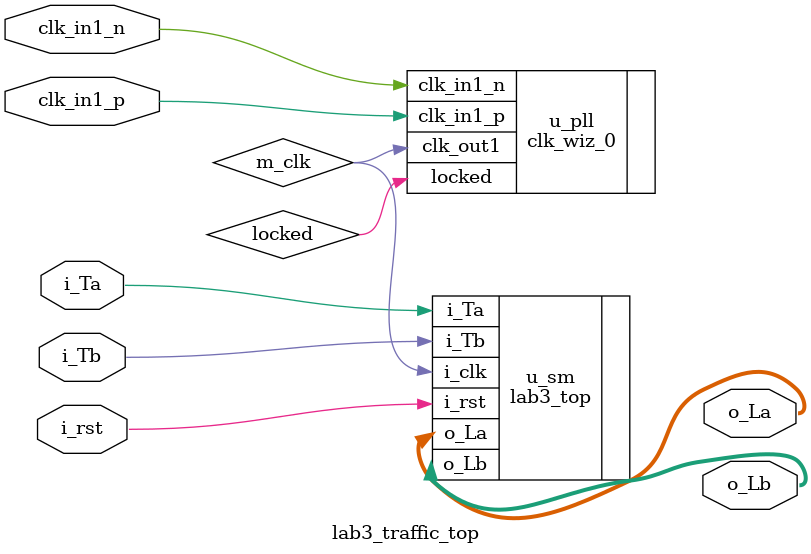
<source format=sv>
`timescale 1ns / 1ps



module lab3_traffic_top(
    input wire clk_in1_p,
    input wire clk_in1_n,
    input i_rst,
    input i_Ta,
    input i_Tb,
    output reg [2:0] o_La,
    output reg [2:0] o_Lb
    );
    
    wire m_clk;
    
    clk_wiz_0 u_pll
   (
    // Clock out ports
    .clk_out1(m_clk),     // output clk_out1
    // Status and control signals
    //.reset(i_rst), // input reset
    .locked(locked),       // output locked
   // Clock in ports
    .clk_in1_p(clk_in1_p),    // input clk_in1_p
    .clk_in1_n(clk_in1_n)
    );    // input clk_in1_n
    
    lab3_top u_sm(
    .i_clk(m_clk),
    .i_rst(i_rst),
    .i_Ta(i_Ta),
    .i_Tb(i_Tb),
    .o_La(o_La),
    .o_Lb(o_Lb)
    );
    
    
endmodule
</source>
